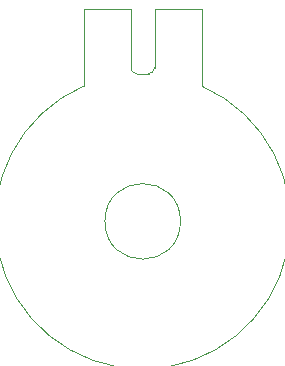
<source format=gbr>
%TF.GenerationSoftware,KiCad,Pcbnew,7.0.10*%
%TF.CreationDate,2024-04-17T21:09:22+12:00*%
%TF.ProjectId,MOTOR_TERMINAL_BREAKOUT_25mm,4d4f544f-525f-4544-9552-4d494e414c5f,v1.2*%
%TF.SameCoordinates,Original*%
%TF.FileFunction,Profile,NP*%
%FSLAX46Y46*%
G04 Gerber Fmt 4.6, Leading zero omitted, Abs format (unit mm)*
G04 Created by KiCad (PCBNEW 7.0.10) date 2024-04-17 21:09:22*
%MOMM*%
%LPD*%
G01*
G04 APERTURE LIST*
%TA.AperFunction,Profile*%
%ADD10C,0.100000*%
%TD*%
G04 APERTURE END LIST*
D10*
X215000000Y-138543563D02*
G75*
G03*
X225000000Y-138543563I5000000J-11456437D01*
G01*
X215000000Y-137000000D02*
X215000000Y-138543561D01*
X225000000Y-137000000D02*
X225000000Y-138543561D01*
X220500000Y-137500000D02*
G75*
G03*
X221000000Y-137000000I0J500000D01*
G01*
X219000000Y-137000000D02*
G75*
G03*
X219500000Y-137500000I500000J0D01*
G01*
X223200000Y-150000000D02*
G75*
G03*
X216800000Y-150000000I-3200000J0D01*
G01*
X216800000Y-150000000D02*
G75*
G03*
X223200000Y-150000000I3200000J0D01*
G01*
X220500000Y-137500000D02*
X219500000Y-137500000D01*
%TO.C,N2*%
X221000000Y-132000000D02*
X221000000Y-137000000D01*
X221000000Y-132000000D02*
X225000000Y-132000000D01*
X225000000Y-132000000D02*
X225000000Y-137000000D01*
%TO.C,N1*%
X215000000Y-132000000D02*
X215000000Y-137000000D01*
X215000000Y-132000000D02*
X219000000Y-132000000D01*
X219000000Y-132000000D02*
X219000000Y-137000000D01*
%TD*%
M02*

</source>
